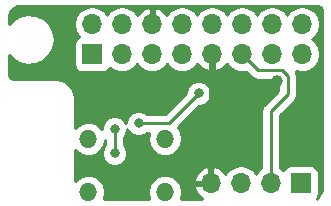
<source format=gbl>
G04 #@! TF.GenerationSoftware,KiCad,Pcbnew,5.0.0-fee4fd1~66~ubuntu18.04.1*
G04 #@! TF.CreationDate,2018-08-17T17:18:45-07:00*
G04 #@! TF.ProjectId,RPi FS HAT,525069204653204841542E6B69636164,2*
G04 #@! TF.SameCoordinates,Original*
G04 #@! TF.FileFunction,Copper,L2,Bot,Signal*
G04 #@! TF.FilePolarity,Positive*
%FSLAX46Y46*%
G04 Gerber Fmt 4.6, Leading zero omitted, Abs format (unit mm)*
G04 Created by KiCad (PCBNEW 5.0.0-fee4fd1~66~ubuntu18.04.1) date Fri Aug 17 17:18:45 2018*
%MOMM*%
%LPD*%
G01*
G04 APERTURE LIST*
G04 #@! TA.AperFunction,ComponentPad*
%ADD10R,1.700000X1.700000*%
G04 #@! TD*
G04 #@! TA.AperFunction,ComponentPad*
%ADD11O,1.700000X1.700000*%
G04 #@! TD*
G04 #@! TA.AperFunction,ComponentPad*
%ADD12O,1.524000X1.524000*%
G04 #@! TD*
G04 #@! TA.AperFunction,ViaPad*
%ADD13C,1.000000*%
G04 #@! TD*
G04 #@! TA.AperFunction,ViaPad*
%ADD14C,0.800000*%
G04 #@! TD*
G04 #@! TA.AperFunction,Conductor*
%ADD15C,0.300000*%
G04 #@! TD*
G04 #@! TA.AperFunction,Conductor*
%ADD16C,0.250000*%
G04 #@! TD*
G04 #@! TA.AperFunction,Conductor*
%ADD17C,0.254000*%
G04 #@! TD*
G04 APERTURE END LIST*
D10*
G04 #@! TO.P,J1,1*
G04 #@! TO.N,/3V3*
X147955000Y-118110000D03*
D11*
G04 #@! TO.P,J1,2*
G04 #@! TO.N,Net-(J1-Pad2)*
X147955000Y-115570000D03*
G04 #@! TO.P,J1,3*
G04 #@! TO.N,Net-(J1-Pad3)*
X150495000Y-118110000D03*
G04 #@! TO.P,J1,4*
G04 #@! TO.N,Net-(J1-Pad4)*
X150495000Y-115570000D03*
G04 #@! TO.P,J1,5*
G04 #@! TO.N,Net-(J1-Pad5)*
X153035000Y-118110000D03*
G04 #@! TO.P,J1,6*
G04 #@! TO.N,GND*
X153035000Y-115570000D03*
G04 #@! TO.P,J1,7*
G04 #@! TO.N,/led*
X155575000Y-118110000D03*
G04 #@! TO.P,J1,8*
G04 #@! TO.N,/button_input*
X155575000Y-115570000D03*
G04 #@! TO.P,J1,9*
G04 #@! TO.N,GND*
X158115000Y-118110000D03*
G04 #@! TO.P,J1,10*
G04 #@! TO.N,Net-(J1-Pad10)*
X158115000Y-115570000D03*
G04 #@! TO.P,J1,11*
G04 #@! TO.N,/sensor_data*
X160655000Y-118110000D03*
G04 #@! TO.P,J1,12*
G04 #@! TO.N,Net-(J1-Pad12)*
X160655000Y-115570000D03*
G04 #@! TO.P,J1,13*
G04 #@! TO.N,Net-(J1-Pad13)*
X163195000Y-118110000D03*
G04 #@! TO.P,J1,14*
G04 #@! TO.N,Net-(J1-Pad14)*
X163195000Y-115570000D03*
G04 #@! TO.P,J1,15*
G04 #@! TO.N,Net-(J1-Pad15)*
X165735000Y-118110000D03*
G04 #@! TO.P,J1,16*
G04 #@! TO.N,Net-(J1-Pad16)*
X165735000Y-115570000D03*
G04 #@! TD*
D12*
G04 #@! TO.P,SW1,1*
G04 #@! TO.N,/3V3*
X147624800Y-125247400D03*
X154127200Y-125247400D03*
G04 #@! TO.P,SW1,2*
G04 #@! TO.N,/button_input*
X147624800Y-129768600D03*
X154127200Y-129768600D03*
G04 #@! TD*
D10*
G04 #@! TO.P,U1,1*
G04 #@! TO.N,/3V3*
X165608000Y-129032000D03*
D11*
G04 #@! TO.P,U1,2*
G04 #@! TO.N,/sensor_data*
X163068000Y-129032000D03*
G04 #@! TO.P,U1,3*
G04 #@! TO.N,N/C*
X160528000Y-129032000D03*
G04 #@! TO.P,U1,4*
G04 #@! TO.N,GND*
X157988000Y-129032000D03*
G04 #@! TD*
D13*
G04 #@! TO.N,GND*
X163576000Y-120396000D03*
X148336000Y-120396000D03*
D14*
G04 #@! TO.N,/led*
X156972000Y-121412000D03*
X151892000Y-123952000D03*
G04 #@! TO.N,/button_input*
X149860000Y-126492000D03*
X149860000Y-124397400D03*
G04 #@! TD*
D15*
G04 #@! TO.N,GND*
X157988000Y-118237000D02*
X158115000Y-118110000D01*
X157988000Y-129032000D02*
X157988000Y-118237000D01*
X163576000Y-120396000D02*
X158496000Y-120396000D01*
X158115000Y-120015000D02*
X158115000Y-118110000D01*
X158496000Y-120396000D02*
X158115000Y-120015000D01*
X148336000Y-120396000D02*
X157480000Y-120396000D01*
X158115000Y-119761000D02*
X158115000Y-118110000D01*
X157480000Y-120396000D02*
X158115000Y-119761000D01*
D16*
G04 #@! TO.N,/led*
X156972000Y-121412000D02*
X154432000Y-123952000D01*
X154432000Y-123952000D02*
X151892000Y-123952000D01*
G04 #@! TO.N,/button_input*
X149860000Y-126492000D02*
X149860000Y-124460000D01*
X149860000Y-124460000D02*
X149860000Y-124397400D01*
G04 #@! TO.N,/sensor_data*
X163068000Y-129032000D02*
X163068000Y-122936000D01*
X164501001Y-121502999D02*
X164501001Y-119951999D01*
X163068000Y-122936000D02*
X164501001Y-121502999D01*
X161504999Y-118959999D02*
X160655000Y-118110000D01*
X164020001Y-119470999D02*
X162015999Y-119470999D01*
X162015999Y-119470999D02*
X161504999Y-118959999D01*
X164501001Y-119951999D02*
X164020001Y-119470999D01*
G04 #@! TD*
D17*
G04 #@! TO.N,GND*
G36*
X167231292Y-114060287D02*
X167315468Y-114116532D01*
X167371713Y-114200709D01*
X167406000Y-114373081D01*
X167406001Y-129576781D01*
X166999517Y-130322000D01*
X166966195Y-130322000D01*
X167086300Y-130142250D01*
X167138067Y-129882000D01*
X167138067Y-128182000D01*
X167086300Y-127921750D01*
X166938880Y-127701120D01*
X166718250Y-127553700D01*
X166458000Y-127501933D01*
X164758000Y-127501933D01*
X164497750Y-127553700D01*
X164277120Y-127701120D01*
X164131928Y-127918415D01*
X163860000Y-127736718D01*
X163860000Y-123264056D01*
X165005875Y-122118183D01*
X165072001Y-122073999D01*
X165116185Y-122007873D01*
X165116187Y-122007871D01*
X165247048Y-121812023D01*
X165247049Y-121812022D01*
X165293001Y-121581004D01*
X165293001Y-121581000D01*
X165308516Y-121503000D01*
X165293001Y-121425000D01*
X165293001Y-120030004D01*
X165308517Y-119951999D01*
X165247049Y-119642975D01*
X165182845Y-119546889D01*
X165585592Y-119627000D01*
X165884408Y-119627000D01*
X166326904Y-119538982D01*
X166828695Y-119203695D01*
X167163982Y-118701904D01*
X167281719Y-118110000D01*
X167163982Y-117518096D01*
X166828695Y-117016305D01*
X166564837Y-116840000D01*
X166828695Y-116663695D01*
X167163982Y-116161904D01*
X167281719Y-115570000D01*
X167163982Y-114978096D01*
X166828695Y-114476305D01*
X166326904Y-114141018D01*
X165884408Y-114053000D01*
X165585592Y-114053000D01*
X165143096Y-114141018D01*
X164641305Y-114476305D01*
X164465000Y-114740163D01*
X164288695Y-114476305D01*
X163786904Y-114141018D01*
X163344408Y-114053000D01*
X163045592Y-114053000D01*
X162603096Y-114141018D01*
X162101305Y-114476305D01*
X161925000Y-114740163D01*
X161748695Y-114476305D01*
X161246904Y-114141018D01*
X160804408Y-114053000D01*
X160505592Y-114053000D01*
X160063096Y-114141018D01*
X159561305Y-114476305D01*
X159385000Y-114740163D01*
X159208695Y-114476305D01*
X158706904Y-114141018D01*
X158264408Y-114053000D01*
X157965592Y-114053000D01*
X157523096Y-114141018D01*
X157021305Y-114476305D01*
X156845000Y-114740163D01*
X156668695Y-114476305D01*
X156166904Y-114141018D01*
X155724408Y-114053000D01*
X155425592Y-114053000D01*
X154983096Y-114141018D01*
X154481305Y-114476305D01*
X154275273Y-114784654D01*
X154230183Y-114688642D01*
X153801924Y-114298355D01*
X153391890Y-114128524D01*
X153162000Y-114249845D01*
X153162000Y-115443000D01*
X153182000Y-115443000D01*
X153182000Y-115697000D01*
X153162000Y-115697000D01*
X153162000Y-115717000D01*
X152908000Y-115717000D01*
X152908000Y-115697000D01*
X152888000Y-115697000D01*
X152888000Y-115443000D01*
X152908000Y-115443000D01*
X152908000Y-114249845D01*
X152678110Y-114128524D01*
X152268076Y-114298355D01*
X151839817Y-114688642D01*
X151794727Y-114784654D01*
X151588695Y-114476305D01*
X151086904Y-114141018D01*
X150644408Y-114053000D01*
X150345592Y-114053000D01*
X149903096Y-114141018D01*
X149401305Y-114476305D01*
X149225000Y-114740163D01*
X149048695Y-114476305D01*
X148546904Y-114141018D01*
X148104408Y-114053000D01*
X147805592Y-114053000D01*
X147363096Y-114141018D01*
X146861305Y-114476305D01*
X146526018Y-114978096D01*
X146408281Y-115570000D01*
X146526018Y-116161904D01*
X146841415Y-116633928D01*
X146624120Y-116779120D01*
X146476700Y-116999750D01*
X146424933Y-117260000D01*
X146424933Y-118960000D01*
X146476700Y-119220250D01*
X146624120Y-119440880D01*
X146844750Y-119588300D01*
X147105000Y-119640067D01*
X148805000Y-119640067D01*
X149065250Y-119588300D01*
X149285880Y-119440880D01*
X149431072Y-119223585D01*
X149903096Y-119538982D01*
X150345592Y-119627000D01*
X150644408Y-119627000D01*
X151086904Y-119538982D01*
X151588695Y-119203695D01*
X151765000Y-118939837D01*
X151941305Y-119203695D01*
X152443096Y-119538982D01*
X152885592Y-119627000D01*
X153184408Y-119627000D01*
X153626904Y-119538982D01*
X154128695Y-119203695D01*
X154305000Y-118939837D01*
X154481305Y-119203695D01*
X154983096Y-119538982D01*
X155425592Y-119627000D01*
X155724408Y-119627000D01*
X156166904Y-119538982D01*
X156668695Y-119203695D01*
X156874727Y-118895346D01*
X156919817Y-118991358D01*
X157348076Y-119381645D01*
X157758110Y-119551476D01*
X157988000Y-119430155D01*
X157988000Y-118237000D01*
X157968000Y-118237000D01*
X157968000Y-117983000D01*
X157988000Y-117983000D01*
X157988000Y-117963000D01*
X158242000Y-117963000D01*
X158242000Y-117983000D01*
X158262000Y-117983000D01*
X158262000Y-118237000D01*
X158242000Y-118237000D01*
X158242000Y-119430155D01*
X158471890Y-119551476D01*
X158881924Y-119381645D01*
X159310183Y-118991358D01*
X159355273Y-118895346D01*
X159561305Y-119203695D01*
X160063096Y-119538982D01*
X160505592Y-119627000D01*
X160804408Y-119627000D01*
X161010875Y-119585931D01*
X161400812Y-119975869D01*
X161444999Y-120041999D01*
X161706976Y-120217047D01*
X161937994Y-120262999D01*
X161937998Y-120262999D01*
X162015998Y-120278514D01*
X162093998Y-120262999D01*
X163691945Y-120262999D01*
X163709002Y-120280056D01*
X163709001Y-121174941D01*
X162563130Y-122320814D01*
X162497001Y-122365000D01*
X162452815Y-122431129D01*
X162452814Y-122431130D01*
X162321953Y-122626977D01*
X162260485Y-122936000D01*
X162276001Y-123014005D01*
X162276000Y-127736718D01*
X161974305Y-127938305D01*
X161798000Y-128202163D01*
X161621695Y-127938305D01*
X161119904Y-127603018D01*
X160677408Y-127515000D01*
X160378592Y-127515000D01*
X159936096Y-127603018D01*
X159434305Y-127938305D01*
X159228273Y-128246654D01*
X159183183Y-128150642D01*
X158754924Y-127760355D01*
X158344890Y-127590524D01*
X158115000Y-127711845D01*
X158115000Y-128905000D01*
X158135000Y-128905000D01*
X158135000Y-129159000D01*
X158115000Y-129159000D01*
X158115000Y-129179000D01*
X157861000Y-129179000D01*
X157861000Y-129159000D01*
X156667181Y-129159000D01*
X156546514Y-129388892D01*
X156792817Y-129913358D01*
X157221076Y-130303645D01*
X157265392Y-130322000D01*
X155474117Y-130322000D01*
X155584195Y-129768600D01*
X155473288Y-129211032D01*
X155157451Y-128738349D01*
X155062805Y-128675108D01*
X156546514Y-128675108D01*
X156667181Y-128905000D01*
X157861000Y-128905000D01*
X157861000Y-127711845D01*
X157631110Y-127590524D01*
X157221076Y-127760355D01*
X156792817Y-128150642D01*
X156546514Y-128675108D01*
X155062805Y-128675108D01*
X154684768Y-128422512D01*
X154267941Y-128339600D01*
X153986459Y-128339600D01*
X153569632Y-128422512D01*
X153096949Y-128738349D01*
X152781112Y-129211032D01*
X152670205Y-129768600D01*
X152780283Y-130322000D01*
X148971717Y-130322000D01*
X149081795Y-129768600D01*
X148970888Y-129211032D01*
X148655051Y-128738349D01*
X148182368Y-128422512D01*
X147765541Y-128339600D01*
X147484059Y-128339600D01*
X147067232Y-128422512D01*
X146594549Y-128738349D01*
X146538000Y-128822980D01*
X146538000Y-126193020D01*
X146594549Y-126277651D01*
X147067232Y-126593488D01*
X147484059Y-126676400D01*
X147765541Y-126676400D01*
X148182368Y-126593488D01*
X148655051Y-126277651D01*
X148970888Y-125804968D01*
X149068001Y-125316749D01*
X149068000Y-125775034D01*
X148955441Y-125887593D01*
X148793000Y-126279760D01*
X148793000Y-126704240D01*
X148955441Y-127096407D01*
X149255593Y-127396559D01*
X149647760Y-127559000D01*
X150072240Y-127559000D01*
X150464407Y-127396559D01*
X150764559Y-127096407D01*
X150927000Y-126704240D01*
X150927000Y-126279760D01*
X150764559Y-125887593D01*
X150652000Y-125775034D01*
X150652000Y-125114366D01*
X150764559Y-125001807D01*
X150927000Y-124609640D01*
X150927000Y-124410490D01*
X150987441Y-124556407D01*
X151287593Y-124856559D01*
X151679760Y-125019000D01*
X152104240Y-125019000D01*
X152496407Y-124856559D01*
X152608966Y-124744000D01*
X152770337Y-124744000D01*
X152670205Y-125247400D01*
X152781112Y-125804968D01*
X153096949Y-126277651D01*
X153569632Y-126593488D01*
X153986459Y-126676400D01*
X154267941Y-126676400D01*
X154684768Y-126593488D01*
X155157451Y-126277651D01*
X155473288Y-125804968D01*
X155584195Y-125247400D01*
X155473288Y-124689832D01*
X155209304Y-124294752D01*
X157025058Y-122479000D01*
X157184240Y-122479000D01*
X157576407Y-122316559D01*
X157876559Y-122016407D01*
X158039000Y-121624240D01*
X158039000Y-121199760D01*
X157876559Y-120807593D01*
X157576407Y-120507441D01*
X157184240Y-120345000D01*
X156759760Y-120345000D01*
X156367593Y-120507441D01*
X156067441Y-120807593D01*
X155905000Y-121199760D01*
X155905000Y-121358942D01*
X154103944Y-123160000D01*
X152608966Y-123160000D01*
X152496407Y-123047441D01*
X152104240Y-122885000D01*
X151679760Y-122885000D01*
X151287593Y-123047441D01*
X150987441Y-123347593D01*
X150825000Y-123739760D01*
X150825000Y-123938910D01*
X150764559Y-123792993D01*
X150464407Y-123492841D01*
X150072240Y-123330400D01*
X149647760Y-123330400D01*
X149255593Y-123492841D01*
X148955441Y-123792993D01*
X148793000Y-124185160D01*
X148793000Y-124423604D01*
X148655051Y-124217149D01*
X148182368Y-123901312D01*
X147765541Y-123818400D01*
X147484059Y-123818400D01*
X147067232Y-123901312D01*
X146594549Y-124217149D01*
X146538000Y-124301780D01*
X146538000Y-121846923D01*
X146523743Y-121775248D01*
X146523743Y-121775243D01*
X146446405Y-121386438D01*
X146446405Y-121386435D01*
X146366494Y-121193514D01*
X146335613Y-121118961D01*
X146335612Y-121118960D01*
X146115370Y-120789346D01*
X145910654Y-120584630D01*
X145581040Y-120364388D01*
X145313565Y-120253595D01*
X145313562Y-120253595D01*
X144924756Y-120176257D01*
X144924752Y-120176257D01*
X144853077Y-120162000D01*
X141297081Y-120162000D01*
X141124709Y-120127713D01*
X141040532Y-120071468D01*
X140984287Y-119987292D01*
X140950000Y-119814919D01*
X140950000Y-118160375D01*
X141167966Y-118436864D01*
X141763558Y-118821432D01*
X142451607Y-118992345D01*
X143157921Y-118931171D01*
X143806340Y-118644508D01*
X144326945Y-118163266D01*
X144663598Y-117539338D01*
X144780000Y-116840000D01*
X144779734Y-116806088D01*
X144652362Y-116108665D01*
X144305949Y-115490101D01*
X143777850Y-115017096D01*
X143125009Y-114740653D01*
X142417820Y-114690582D01*
X141732540Y-114872280D01*
X141143063Y-115266157D01*
X140950000Y-115519130D01*
X140950000Y-114869327D01*
X141001818Y-114558006D01*
X141122166Y-114334962D01*
X141308269Y-114162930D01*
X141553714Y-114054420D01*
X141778681Y-114026000D01*
X167058919Y-114026000D01*
X167231292Y-114060287D01*
X167231292Y-114060287D01*
G37*
X167231292Y-114060287D02*
X167315468Y-114116532D01*
X167371713Y-114200709D01*
X167406000Y-114373081D01*
X167406001Y-129576781D01*
X166999517Y-130322000D01*
X166966195Y-130322000D01*
X167086300Y-130142250D01*
X167138067Y-129882000D01*
X167138067Y-128182000D01*
X167086300Y-127921750D01*
X166938880Y-127701120D01*
X166718250Y-127553700D01*
X166458000Y-127501933D01*
X164758000Y-127501933D01*
X164497750Y-127553700D01*
X164277120Y-127701120D01*
X164131928Y-127918415D01*
X163860000Y-127736718D01*
X163860000Y-123264056D01*
X165005875Y-122118183D01*
X165072001Y-122073999D01*
X165116185Y-122007873D01*
X165116187Y-122007871D01*
X165247048Y-121812023D01*
X165247049Y-121812022D01*
X165293001Y-121581004D01*
X165293001Y-121581000D01*
X165308516Y-121503000D01*
X165293001Y-121425000D01*
X165293001Y-120030004D01*
X165308517Y-119951999D01*
X165247049Y-119642975D01*
X165182845Y-119546889D01*
X165585592Y-119627000D01*
X165884408Y-119627000D01*
X166326904Y-119538982D01*
X166828695Y-119203695D01*
X167163982Y-118701904D01*
X167281719Y-118110000D01*
X167163982Y-117518096D01*
X166828695Y-117016305D01*
X166564837Y-116840000D01*
X166828695Y-116663695D01*
X167163982Y-116161904D01*
X167281719Y-115570000D01*
X167163982Y-114978096D01*
X166828695Y-114476305D01*
X166326904Y-114141018D01*
X165884408Y-114053000D01*
X165585592Y-114053000D01*
X165143096Y-114141018D01*
X164641305Y-114476305D01*
X164465000Y-114740163D01*
X164288695Y-114476305D01*
X163786904Y-114141018D01*
X163344408Y-114053000D01*
X163045592Y-114053000D01*
X162603096Y-114141018D01*
X162101305Y-114476305D01*
X161925000Y-114740163D01*
X161748695Y-114476305D01*
X161246904Y-114141018D01*
X160804408Y-114053000D01*
X160505592Y-114053000D01*
X160063096Y-114141018D01*
X159561305Y-114476305D01*
X159385000Y-114740163D01*
X159208695Y-114476305D01*
X158706904Y-114141018D01*
X158264408Y-114053000D01*
X157965592Y-114053000D01*
X157523096Y-114141018D01*
X157021305Y-114476305D01*
X156845000Y-114740163D01*
X156668695Y-114476305D01*
X156166904Y-114141018D01*
X155724408Y-114053000D01*
X155425592Y-114053000D01*
X154983096Y-114141018D01*
X154481305Y-114476305D01*
X154275273Y-114784654D01*
X154230183Y-114688642D01*
X153801924Y-114298355D01*
X153391890Y-114128524D01*
X153162000Y-114249845D01*
X153162000Y-115443000D01*
X153182000Y-115443000D01*
X153182000Y-115697000D01*
X153162000Y-115697000D01*
X153162000Y-115717000D01*
X152908000Y-115717000D01*
X152908000Y-115697000D01*
X152888000Y-115697000D01*
X152888000Y-115443000D01*
X152908000Y-115443000D01*
X152908000Y-114249845D01*
X152678110Y-114128524D01*
X152268076Y-114298355D01*
X151839817Y-114688642D01*
X151794727Y-114784654D01*
X151588695Y-114476305D01*
X151086904Y-114141018D01*
X150644408Y-114053000D01*
X150345592Y-114053000D01*
X149903096Y-114141018D01*
X149401305Y-114476305D01*
X149225000Y-114740163D01*
X149048695Y-114476305D01*
X148546904Y-114141018D01*
X148104408Y-114053000D01*
X147805592Y-114053000D01*
X147363096Y-114141018D01*
X146861305Y-114476305D01*
X146526018Y-114978096D01*
X146408281Y-115570000D01*
X146526018Y-116161904D01*
X146841415Y-116633928D01*
X146624120Y-116779120D01*
X146476700Y-116999750D01*
X146424933Y-117260000D01*
X146424933Y-118960000D01*
X146476700Y-119220250D01*
X146624120Y-119440880D01*
X146844750Y-119588300D01*
X147105000Y-119640067D01*
X148805000Y-119640067D01*
X149065250Y-119588300D01*
X149285880Y-119440880D01*
X149431072Y-119223585D01*
X149903096Y-119538982D01*
X150345592Y-119627000D01*
X150644408Y-119627000D01*
X151086904Y-119538982D01*
X151588695Y-119203695D01*
X151765000Y-118939837D01*
X151941305Y-119203695D01*
X152443096Y-119538982D01*
X152885592Y-119627000D01*
X153184408Y-119627000D01*
X153626904Y-119538982D01*
X154128695Y-119203695D01*
X154305000Y-118939837D01*
X154481305Y-119203695D01*
X154983096Y-119538982D01*
X155425592Y-119627000D01*
X155724408Y-119627000D01*
X156166904Y-119538982D01*
X156668695Y-119203695D01*
X156874727Y-118895346D01*
X156919817Y-118991358D01*
X157348076Y-119381645D01*
X157758110Y-119551476D01*
X157988000Y-119430155D01*
X157988000Y-118237000D01*
X157968000Y-118237000D01*
X157968000Y-117983000D01*
X157988000Y-117983000D01*
X157988000Y-117963000D01*
X158242000Y-117963000D01*
X158242000Y-117983000D01*
X158262000Y-117983000D01*
X158262000Y-118237000D01*
X158242000Y-118237000D01*
X158242000Y-119430155D01*
X158471890Y-119551476D01*
X158881924Y-119381645D01*
X159310183Y-118991358D01*
X159355273Y-118895346D01*
X159561305Y-119203695D01*
X160063096Y-119538982D01*
X160505592Y-119627000D01*
X160804408Y-119627000D01*
X161010875Y-119585931D01*
X161400812Y-119975869D01*
X161444999Y-120041999D01*
X161706976Y-120217047D01*
X161937994Y-120262999D01*
X161937998Y-120262999D01*
X162015998Y-120278514D01*
X162093998Y-120262999D01*
X163691945Y-120262999D01*
X163709002Y-120280056D01*
X163709001Y-121174941D01*
X162563130Y-122320814D01*
X162497001Y-122365000D01*
X162452815Y-122431129D01*
X162452814Y-122431130D01*
X162321953Y-122626977D01*
X162260485Y-122936000D01*
X162276001Y-123014005D01*
X162276000Y-127736718D01*
X161974305Y-127938305D01*
X161798000Y-128202163D01*
X161621695Y-127938305D01*
X161119904Y-127603018D01*
X160677408Y-127515000D01*
X160378592Y-127515000D01*
X159936096Y-127603018D01*
X159434305Y-127938305D01*
X159228273Y-128246654D01*
X159183183Y-128150642D01*
X158754924Y-127760355D01*
X158344890Y-127590524D01*
X158115000Y-127711845D01*
X158115000Y-128905000D01*
X158135000Y-128905000D01*
X158135000Y-129159000D01*
X158115000Y-129159000D01*
X158115000Y-129179000D01*
X157861000Y-129179000D01*
X157861000Y-129159000D01*
X156667181Y-129159000D01*
X156546514Y-129388892D01*
X156792817Y-129913358D01*
X157221076Y-130303645D01*
X157265392Y-130322000D01*
X155474117Y-130322000D01*
X155584195Y-129768600D01*
X155473288Y-129211032D01*
X155157451Y-128738349D01*
X155062805Y-128675108D01*
X156546514Y-128675108D01*
X156667181Y-128905000D01*
X157861000Y-128905000D01*
X157861000Y-127711845D01*
X157631110Y-127590524D01*
X157221076Y-127760355D01*
X156792817Y-128150642D01*
X156546514Y-128675108D01*
X155062805Y-128675108D01*
X154684768Y-128422512D01*
X154267941Y-128339600D01*
X153986459Y-128339600D01*
X153569632Y-128422512D01*
X153096949Y-128738349D01*
X152781112Y-129211032D01*
X152670205Y-129768600D01*
X152780283Y-130322000D01*
X148971717Y-130322000D01*
X149081795Y-129768600D01*
X148970888Y-129211032D01*
X148655051Y-128738349D01*
X148182368Y-128422512D01*
X147765541Y-128339600D01*
X147484059Y-128339600D01*
X147067232Y-128422512D01*
X146594549Y-128738349D01*
X146538000Y-128822980D01*
X146538000Y-126193020D01*
X146594549Y-126277651D01*
X147067232Y-126593488D01*
X147484059Y-126676400D01*
X147765541Y-126676400D01*
X148182368Y-126593488D01*
X148655051Y-126277651D01*
X148970888Y-125804968D01*
X149068001Y-125316749D01*
X149068000Y-125775034D01*
X148955441Y-125887593D01*
X148793000Y-126279760D01*
X148793000Y-126704240D01*
X148955441Y-127096407D01*
X149255593Y-127396559D01*
X149647760Y-127559000D01*
X150072240Y-127559000D01*
X150464407Y-127396559D01*
X150764559Y-127096407D01*
X150927000Y-126704240D01*
X150927000Y-126279760D01*
X150764559Y-125887593D01*
X150652000Y-125775034D01*
X150652000Y-125114366D01*
X150764559Y-125001807D01*
X150927000Y-124609640D01*
X150927000Y-124410490D01*
X150987441Y-124556407D01*
X151287593Y-124856559D01*
X151679760Y-125019000D01*
X152104240Y-125019000D01*
X152496407Y-124856559D01*
X152608966Y-124744000D01*
X152770337Y-124744000D01*
X152670205Y-125247400D01*
X152781112Y-125804968D01*
X153096949Y-126277651D01*
X153569632Y-126593488D01*
X153986459Y-126676400D01*
X154267941Y-126676400D01*
X154684768Y-126593488D01*
X155157451Y-126277651D01*
X155473288Y-125804968D01*
X155584195Y-125247400D01*
X155473288Y-124689832D01*
X155209304Y-124294752D01*
X157025058Y-122479000D01*
X157184240Y-122479000D01*
X157576407Y-122316559D01*
X157876559Y-122016407D01*
X158039000Y-121624240D01*
X158039000Y-121199760D01*
X157876559Y-120807593D01*
X157576407Y-120507441D01*
X157184240Y-120345000D01*
X156759760Y-120345000D01*
X156367593Y-120507441D01*
X156067441Y-120807593D01*
X155905000Y-121199760D01*
X155905000Y-121358942D01*
X154103944Y-123160000D01*
X152608966Y-123160000D01*
X152496407Y-123047441D01*
X152104240Y-122885000D01*
X151679760Y-122885000D01*
X151287593Y-123047441D01*
X150987441Y-123347593D01*
X150825000Y-123739760D01*
X150825000Y-123938910D01*
X150764559Y-123792993D01*
X150464407Y-123492841D01*
X150072240Y-123330400D01*
X149647760Y-123330400D01*
X149255593Y-123492841D01*
X148955441Y-123792993D01*
X148793000Y-124185160D01*
X148793000Y-124423604D01*
X148655051Y-124217149D01*
X148182368Y-123901312D01*
X147765541Y-123818400D01*
X147484059Y-123818400D01*
X147067232Y-123901312D01*
X146594549Y-124217149D01*
X146538000Y-124301780D01*
X146538000Y-121846923D01*
X146523743Y-121775248D01*
X146523743Y-121775243D01*
X146446405Y-121386438D01*
X146446405Y-121386435D01*
X146366494Y-121193514D01*
X146335613Y-121118961D01*
X146335612Y-121118960D01*
X146115370Y-120789346D01*
X145910654Y-120584630D01*
X145581040Y-120364388D01*
X145313565Y-120253595D01*
X145313562Y-120253595D01*
X144924756Y-120176257D01*
X144924752Y-120176257D01*
X144853077Y-120162000D01*
X141297081Y-120162000D01*
X141124709Y-120127713D01*
X141040532Y-120071468D01*
X140984287Y-119987292D01*
X140950000Y-119814919D01*
X140950000Y-118160375D01*
X141167966Y-118436864D01*
X141763558Y-118821432D01*
X142451607Y-118992345D01*
X143157921Y-118931171D01*
X143806340Y-118644508D01*
X144326945Y-118163266D01*
X144663598Y-117539338D01*
X144780000Y-116840000D01*
X144779734Y-116806088D01*
X144652362Y-116108665D01*
X144305949Y-115490101D01*
X143777850Y-115017096D01*
X143125009Y-114740653D01*
X142417820Y-114690582D01*
X141732540Y-114872280D01*
X141143063Y-115266157D01*
X140950000Y-115519130D01*
X140950000Y-114869327D01*
X141001818Y-114558006D01*
X141122166Y-114334962D01*
X141308269Y-114162930D01*
X141553714Y-114054420D01*
X141778681Y-114026000D01*
X167058919Y-114026000D01*
X167231292Y-114060287D01*
G04 #@! TD*
M02*

</source>
